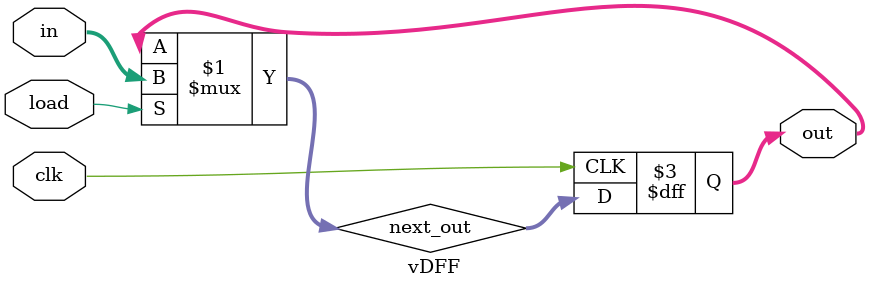
<source format=sv>
module FSM_test(
    input logic clk,
    input logic [11:0] ready,
    output logic [16:0] en,
    input logic rst,
    input logic test
);

logic load_l1a;
logic load_l1b;
logic load_l2a;
logic load_l2b;
logic load_l3a;

logic en_1a1;
logic en_1a2;
logic en_1a3;
logic en_1b1;
logic en_1b2;
logic en_1b3;
logic en_1c1;
logic en_1c2;
logic en_1c3;

logic en_active_l1a;
logic en_active_l1b;
logic en_active_l3c;

logic rdy_1a1;
logic rdy_1a2;
logic rdy_1a3;
logic rdy_1b1;
logic rdy_1b2;
logic rdy_1b3;
logic rdy_1c1;
logic rdy_1c2;
logic rdy_1c3;
logic rdy_act_l1a;
logic rdy_act_l1b;
logic rdy_act_l3a;

assign rdy_1a1=ready[11];
assign rdy_1a2=ready[10];
assign rdy_1a3=ready[9];
assign rdy_1b1=ready[8];
assign rdy_1b2=ready[7];
assign rdy_1b3=ready[6];
assign rdy_1c1=ready[5];
assign rdy_1c2=ready[4];
assign rdy_1c3=ready[3];
assign rdy_act_l1a=ready[2];
assign rdy_act_l1b=ready[1];
assign rdy_act_l3a=ready[0];

assign en[0]=load_l1a;
assign en[1]=load_l1b;
assign en[2]=load_l2a;
assign en[3]=load_l2b;
assign en[4]=load_l3a;

assign en[5]=en_1a1;
assign en[6]=en_1a2;
assign en[7]=en_1a3;
assign en[8]=en_1b1;
assign en[9]=en_1b2;
assign en[10]=en_1b3;
assign en[11]=en_1c1;
assign en[12]=en_1c2;
assign en[13]=en_1c3;

assign en[14]=en_active_l1a;
assign en[15]=en_active_l1b;
assign en[16]=en_active_l3c;

`define halt 6'd0

`define rst 6'd1

`define layer_1_init 6'd2
`define layer_1_act 6'd3
`define layer_1_vdff 6'd4

`define layer_2_init 6'd5
`define layer_2_act 6'd6
`define layer_2_vdff 6'd7

`define layer_3_init 6'd8
`define layer_3_act 6'd9
`define layer_3_vdff 6'd10

`define done 6'd11

logic [5:0] curr_state,next_state;
logic [5:0] next;

always @(posedge clk) begin
    casex({curr_state})
    `halt: if ( test===1'b1 ) begin
         next=`layer_1_init;
    end else begin
        next=`halt;
    end
    `rst: if ( rst==1'b0 ) begin
        next=`halt;
    end else begin
        next=`rst;
    end
    `layer_1_init: if (( ((rdy_1a1)&&(rdy_1a2)&&(rdy_1a3))==1'b1 )&&( ((rdy_1b1)&&(rdy_1b2)&&(rdy_1b3))==1'b1 )) begin
        next=`layer_1_act;
    end else begin
        next=`layer_1_init;
    end
    `layer_1_act: if (( ((rdy_1a1)&&(rdy_1a2)&&(rdy_1a3))==1'b1 )&&( ((rdy_1b1)&&(rdy_1b2)&&(rdy_1b3))==1'b1 )) begin
        next=`layer_1_vdff;
    end else begin
        next=`layer_1_act;
    end

    `layer_1_vdff: if ( ((rdy_1c1)&&(rdy_1c2)&&(rdy_1c3))==1'b1) begin
        next=`layer_3_init;
    end else begin
        next=`layer_1_vdff;
    end
    
    `layer_3_init: if ( ((rdy_1c1)&&(rdy_1c2)&&(rdy_1c3))==1'b1) begin
        next=`layer_3_act;
    end else begin
        next=`layer_3_init;
    end

    `layer_3_act: if ( ((rdy_1c1)&&(rdy_1c2)&&(rdy_1c3))==1'b1) begin
        next=`layer_3_vdff;
    end else begin
        next=`layer_3_act;
    end
    `layer_3_vdff: if(test==1'b1) begin
        next=layer_1_init;
        end else begin
            next=`halt;
        end
        default: next=`rst;        
    endcase
end

assign next_state=next;

vDFF #(6) FSM_VDFF(
    .clk(clk),
    .load(1'b1),
    .out(curr_state),
    .in(next_state)
);

always @(posedge clk) begin
    casex({curr_state}) 
    `halt : begin 
            load_l1a     =1'b1;
            load_l1b     =1'b1;
            load_l2a     =1'b0;
            load_l2b     =1'b0;
            load_l3a     =1'b0;
            en_1a1       =1'b0;
            en_1a2       =1'b0;
            en_1a3       =1'b0;
            en_1b1       =1'b0;
            en_1b2       =1'b0;
            en_1b3       =1'b0;
            en_1c1       =1'b0;
            en_1c2       =1'b0;
            en_1c3       =1'b0;
            en_active_l1a=1'b0;
            en_active_l1b=1'b0;
            en_active_l3c=1'b0;
    end
    `rst :begin 
            load_l1a     =1'b0;
            load_l1b     =1'b0;
            load_l2a     =1'b0;
            load_l2b     =1'b0;
            load_l3a     =1'b0;
            en_1a1       =1'b0;
            en_1a2       =1'b0;
            en_1a3       =1'b0;
            en_1b1       =1'b0;
            en_1b2       =1'b0;
            en_1b3       =1'b0;
            en_1c1       =1'b0;
            en_1c2       =1'b0;
            en_1c3       =1'b0;
            en_active_l1a=1'b0;
            en_active_l1b=1'b0;
            en_active_l3c=1'b0;
    end
    `layer_1_init :begin 
            load_l1a     =1'b0;
            load_l1b     =1'b0;
            load_l2a     =1'b0;
            load_l2b     =1'b0;
            load_l3a     =1'b0;
            en_1a1       =1'b0;
            en_1a2       =1'b0;
            en_1a3       =1'b0;
            en_1b1       =1'b0;
            en_1b2       =1'b0;
            en_1b3       =1'b0;
            en_1c1       =1'b0;
            en_1c2       =1'b0;
            en_1c3       =1'b0;
            en_active_l1a=1'b0;
            en_active_l1b=1'b0;
            en_active_l3c=1'b0;
    end

    `layer_1_act  :begin 
            load_l1a     =1'b0;
            load_l1b     =1'b0;
            load_l2a     =1'b0;
            load_l2b     =1'b0;
            load_l3a     =1'b0;

            en_1a1       =1'b1;
            en_1a2       =1'b1;
            en_1a3       =1'b1;
            en_1b1       =1'b1;
            en_1b2       =1'b1;
            en_1b3       =1'b1;

            en_1c1       =1'b0;
            en_1c2       =1'b0;
            en_1c3       =1'b0;

            en_active_l1a=1'b0;
            en_active_l1b=1'b0;

            en_active_l3c=1'b0;
    end
     `layer_1_vdff :begin 
            load_l1a     =1'b0;
            load_l1b     =1'b0;
            load_l2a     =1'b0;
            load_l2b     =1'b0;
            load_l3a     =1'b0;
            en_1a1       =1'b0;
            en_1a2       =1'b0;
            en_1a3       =1'b0;
            en_1b1       =1'b0;
            en_1b2       =1'b0;
            en_1b3       =1'b0;
            en_1c1       =1'b0;
            en_1c2       =1'b0;
            en_1c3       =1'b0;
            en_active_l1a=1'b1;
            en_active_l1b=1'b1;
            en_active_l3c=1'b0;
    end

    `layer_3_init :begin 
            load_l1a     =1'b0;
            load_l1b     =1'b0;
            load_l2a     =1'b1;
            load_l2b     =1'b1;
            load_l3a     =1'b0;
            en_1a1       =1'b0;
            en_1a2       =1'b0;
            en_1a3       =1'b0;
            en_1b1       =1'b0;
            en_1b2       =1'b0;
            en_1b3       =1'b0;
            en_1c1       =1'b0;
            en_1c2       =1'b0;
            en_1c3       =1'b0;
            en_active_l1a=1'b0;
            en_active_l1b=1'b0;
            en_active_l3c=1'b0;
    end
    `layer_3_act  :begin 
            load_l1a     =1'b0;
            load_l1b     =1'b0;
            load_l2a     =1'b0;
            load_l2b     =1'b0;
            load_l3a     =1'b0;
            en_1a1       =1'b0;
            en_1a2       =1'b0;
            en_1a3       =1'b0;
            en_1b1       =1'b0;
            en_1b2       =1'b0;
            en_1b3       =1'b0;
            en_1c1       =1'b1;
            en_1c2       =1'b1;
            en_1c3       =1'b1;
            en_active_l1a=1'b0;
            en_active_l1b=1'b0;
            en_active_l3c=1'b0;
    end

    `layer_3_vdff :begin 
            load_l1a     =1'b0;
            load_l1b     =1'b0;
            load_l2a     =1'b0;
            load_l2b     =1'b0;
            load_l3a     =1'b1;
            en_1a1       =1'b0;
            en_1a2       =1'b0;
            en_1a3       =1'b0;
            en_1b1       =1'b0;
            en_1b2       =1'b0;
            en_1b3       =1'b0;
            en_1c1       =1'b0;
            en_1c2       =1'b0;
            en_1c3       =1'b0;
            en_active_l1a=1'b0;
            en_active_l1b=1'b0;
            en_active_l3c=1'b1;
    end
    
endcase
end

endmodule

module vDFF(clk, load, in, out); // program counter
  parameter n = 9;  // width
  input clk, load;
  input [n-1:0] in;
  output [n-1:0] out;
  reg [n-1:0] out;
  wire [n-1:0] next_out;

  assign next_out = (load ? in : out);

  always @(posedge clk)
    out = next_out;
endmodule 
</source>
